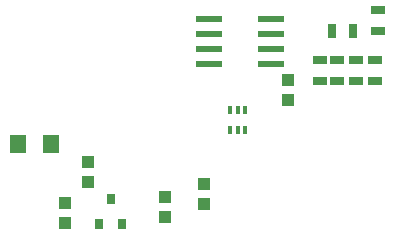
<source format=gtp>
G75*
%MOIN*%
%OFA0B0*%
%FSLAX24Y24*%
%IPPOS*%
%LPD*%
%AMOC8*
5,1,8,0,0,1.08239X$1,22.5*
%
%ADD10R,0.0870X0.0240*%
%ADD11R,0.0315X0.0354*%
%ADD12R,0.0394X0.0433*%
%ADD13R,0.0551X0.0630*%
%ADD14R,0.0157X0.0276*%
%ADD15R,0.0315X0.0472*%
%ADD16R,0.0472X0.0315*%
D10*
X009416Y007959D03*
X009416Y008459D03*
X009416Y008959D03*
X009416Y009459D03*
X011476Y009459D03*
X011476Y008959D03*
X011476Y008459D03*
X011476Y007959D03*
D11*
X006144Y003449D03*
X005770Y002622D03*
X006518Y002622D03*
D12*
X004626Y002647D03*
X004626Y003316D03*
X005374Y004014D03*
X005374Y004683D03*
X009250Y003933D03*
X007940Y003526D03*
X009250Y003264D03*
X007940Y002857D03*
X012047Y006746D03*
X012047Y007415D03*
D13*
X004148Y005290D03*
X003045Y005290D03*
D14*
X010125Y005743D03*
X010380Y005743D03*
X010636Y005743D03*
X010636Y006412D03*
X010380Y006412D03*
X010125Y006412D03*
D15*
X013530Y009030D03*
X014239Y009030D03*
D16*
X015066Y009038D03*
X015066Y009747D03*
X014940Y008089D03*
X014314Y008086D03*
X013699Y008089D03*
X013109Y008089D03*
X013109Y007381D03*
X013699Y007381D03*
X014314Y007377D03*
X014940Y007381D03*
M02*

</source>
